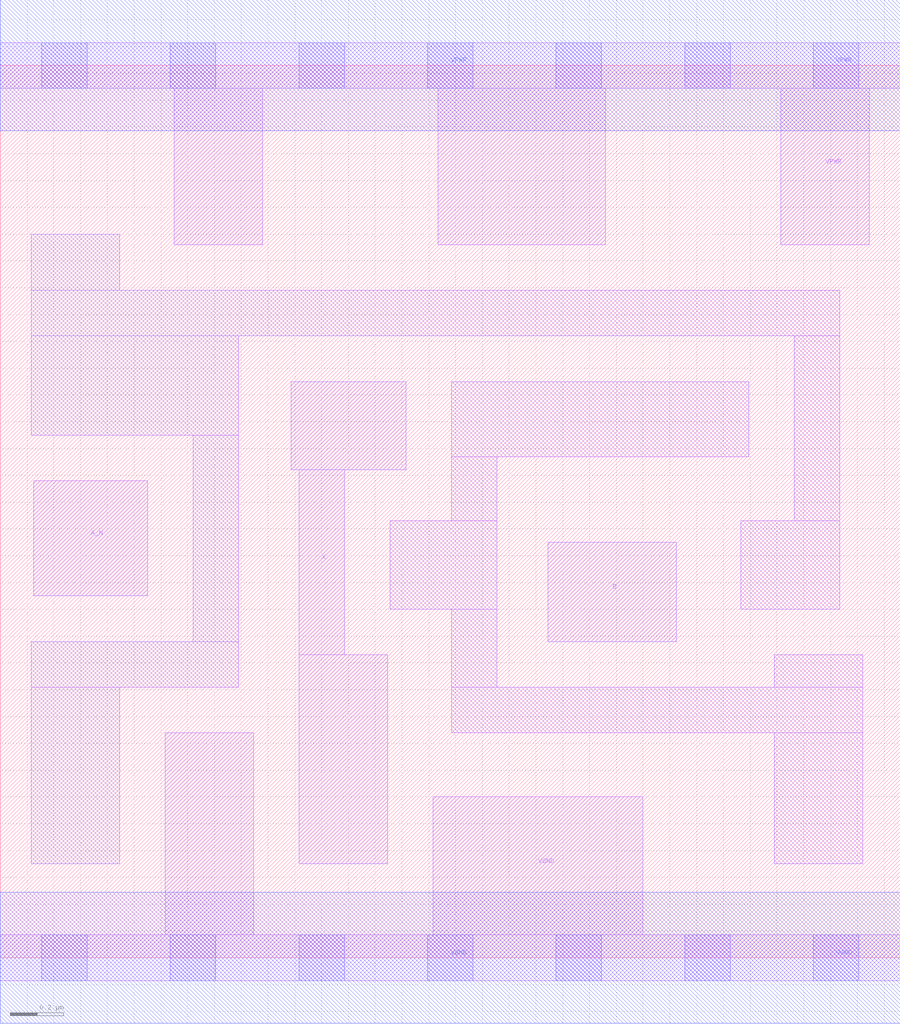
<source format=lef>
# Copyright 2020 The SkyWater PDK Authors
#
# Licensed under the Apache License, Version 2.0 (the "License");
# you may not use this file except in compliance with the License.
# You may obtain a copy of the License at
#
#     https://www.apache.org/licenses/LICENSE-2.0
#
# Unless required by applicable law or agreed to in writing, software
# distributed under the License is distributed on an "AS IS" BASIS,
# WITHOUT WARRANTIES OR CONDITIONS OF ANY KIND, either express or implied.
# See the License for the specific language governing permissions and
# limitations under the License.
#
# SPDX-License-Identifier: Apache-2.0

VERSION 5.7 ;
  NAMESCASESENSITIVE ON ;
  NOWIREEXTENSIONATPIN ON ;
  DIVIDERCHAR "/" ;
  BUSBITCHARS "[]" ;
UNITS
  DATABASE MICRONS 200 ;
END UNITS
MACRO sky130_fd_sc_ls__and2b_2
  CLASS CORE ;
  SOURCE USER ;
  FOREIGN sky130_fd_sc_ls__and2b_2 ;
  ORIGIN  0.000000  0.000000 ;
  SIZE  3.360000 BY  3.330000 ;
  SYMMETRY X Y ;
  SITE unit ;
  PIN A_N
    ANTENNAGATEAREA  0.208500 ;
    DIRECTION INPUT ;
    USE SIGNAL ;
    PORT
      LAYER li1 ;
        RECT 0.125000 1.350000 0.550000 1.780000 ;
    END
  END A_N
  PIN B
    ANTENNAGATEAREA  0.261000 ;
    DIRECTION INPUT ;
    USE SIGNAL ;
    PORT
      LAYER li1 ;
        RECT 2.045000 1.180000 2.525000 1.550000 ;
    END
  END B
  PIN X
    ANTENNADIFFAREA  0.543200 ;
    DIRECTION OUTPUT ;
    USE SIGNAL ;
    PORT
      LAYER li1 ;
        RECT 1.085000 1.820000 1.515000 2.150000 ;
        RECT 1.115000 0.350000 1.445000 1.130000 ;
        RECT 1.115000 1.130000 1.285000 1.820000 ;
    END
  END X
  PIN VGND
    DIRECTION INOUT ;
    SHAPE ABUTMENT ;
    USE GROUND ;
    PORT
      LAYER li1 ;
        RECT 0.000000 -0.085000 3.360000 0.085000 ;
        RECT 0.615000  0.085000 0.945000 0.840000 ;
        RECT 1.615000  0.085000 2.400000 0.600000 ;
      LAYER mcon ;
        RECT 0.155000 -0.085000 0.325000 0.085000 ;
        RECT 0.635000 -0.085000 0.805000 0.085000 ;
        RECT 1.115000 -0.085000 1.285000 0.085000 ;
        RECT 1.595000 -0.085000 1.765000 0.085000 ;
        RECT 2.075000 -0.085000 2.245000 0.085000 ;
        RECT 2.555000 -0.085000 2.725000 0.085000 ;
        RECT 3.035000 -0.085000 3.205000 0.085000 ;
      LAYER met1 ;
        RECT 0.000000 -0.245000 3.360000 0.245000 ;
    END
  END VGND
  PIN VPWR
    DIRECTION INOUT ;
    SHAPE ABUTMENT ;
    USE POWER ;
    PORT
      LAYER li1 ;
        RECT 0.000000 3.245000 3.360000 3.415000 ;
        RECT 0.650000 2.660000 0.980000 3.245000 ;
        RECT 1.635000 2.660000 2.260000 3.245000 ;
        RECT 2.915000 2.660000 3.245000 3.245000 ;
      LAYER mcon ;
        RECT 0.155000 3.245000 0.325000 3.415000 ;
        RECT 0.635000 3.245000 0.805000 3.415000 ;
        RECT 1.115000 3.245000 1.285000 3.415000 ;
        RECT 1.595000 3.245000 1.765000 3.415000 ;
        RECT 2.075000 3.245000 2.245000 3.415000 ;
        RECT 2.555000 3.245000 2.725000 3.415000 ;
        RECT 3.035000 3.245000 3.205000 3.415000 ;
      LAYER met1 ;
        RECT 0.000000 3.085000 3.360000 3.575000 ;
    END
  END VPWR
  OBS
    LAYER li1 ;
      RECT 0.115000 0.350000 0.445000 1.010000 ;
      RECT 0.115000 1.010000 0.890000 1.180000 ;
      RECT 0.115000 1.950000 0.890000 2.320000 ;
      RECT 0.115000 2.320000 3.135000 2.490000 ;
      RECT 0.115000 2.490000 0.445000 2.700000 ;
      RECT 0.720000 1.180000 0.890000 1.950000 ;
      RECT 1.455000 1.300000 1.855000 1.630000 ;
      RECT 1.685000 0.840000 3.220000 1.010000 ;
      RECT 1.685000 1.010000 1.855000 1.300000 ;
      RECT 1.685000 1.630000 1.855000 1.870000 ;
      RECT 1.685000 1.870000 2.795000 2.150000 ;
      RECT 2.765000 1.300000 3.135000 1.630000 ;
      RECT 2.890000 0.350000 3.220000 0.840000 ;
      RECT 2.890000 1.010000 3.220000 1.130000 ;
      RECT 2.965000 1.630000 3.135000 2.320000 ;
  END
END sky130_fd_sc_ls__and2b_2

</source>
